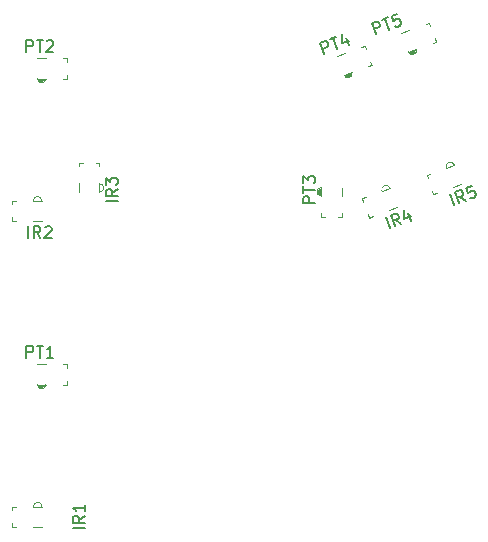
<source format=gbr>
%TF.GenerationSoftware,KiCad,Pcbnew,5.1.6-c6e7f7d~86~ubuntu18.04.1*%
%TF.CreationDate,2021-04-26T01:39:18-07:00*%
%TF.ProjectId,thumb_cluster_right,7468756d-625f-4636-9c75-737465725f72,rev?*%
%TF.SameCoordinates,Original*%
%TF.FileFunction,Legend,Top*%
%TF.FilePolarity,Positive*%
%FSLAX46Y46*%
G04 Gerber Fmt 4.6, Leading zero omitted, Abs format (unit mm)*
G04 Created by KiCad (PCBNEW 5.1.6-c6e7f7d~86~ubuntu18.04.1) date 2021-04-26 01:39:18*
%MOMM*%
%LPD*%
G01*
G04 APERTURE LIST*
%ADD10C,0.120000*%
%ADD11C,0.100000*%
%ADD12C,0.150000*%
G04 APERTURE END LIST*
D10*
%TO.C,PT2*%
X128110000Y-67663999D02*
X128841000Y-67663999D01*
X130300000Y-67663999D02*
X130610000Y-67663999D01*
X128110000Y-69385999D02*
X128841000Y-69385999D01*
X130300000Y-69385999D02*
X130610000Y-69385999D01*
X130610000Y-67663999D02*
X130610000Y-67969999D01*
X130610000Y-69079999D02*
X130610000Y-69385999D01*
X128110000Y-69385999D02*
X128830000Y-69385999D01*
D11*
G36*
X128600000Y-69645999D02*
G01*
X128310000Y-69645999D01*
X128190000Y-69455999D01*
X128190000Y-69445999D01*
X128760000Y-69445999D01*
X128600000Y-69645999D01*
G37*
X128600000Y-69645999D02*
X128310000Y-69645999D01*
X128190000Y-69455999D01*
X128190000Y-69445999D01*
X128760000Y-69445999D01*
X128600000Y-69645999D01*
D10*
X128830000Y-69385999D02*
G75*
G02*
X128110000Y-69385999I-360000J0D01*
G01*
%TO.C,PT5*%
X158927740Y-65494174D02*
X159614655Y-65244157D01*
X160985667Y-64745150D02*
X161276971Y-64639124D01*
X159516698Y-67112325D02*
X160203614Y-66862308D01*
X161574625Y-66363300D02*
X161865930Y-66257274D01*
X161276971Y-64639124D02*
X161381629Y-64926669D01*
X161761272Y-65969728D02*
X161865930Y-66257274D01*
X159516698Y-67112325D02*
X160193277Y-66866070D01*
D11*
G36*
X160066073Y-67189055D02*
G01*
X159793562Y-67288241D01*
X159615815Y-67150741D01*
X159612395Y-67141345D01*
X160148020Y-66946393D01*
X160066073Y-67189055D01*
G37*
X160066073Y-67189055D02*
X159793562Y-67288241D01*
X159615815Y-67150741D01*
X159612395Y-67141345D01*
X160148020Y-66946393D01*
X160066073Y-67189055D01*
D10*
X160193278Y-66866069D02*
G75*
G02*
X159516698Y-67112325I-338290J-123128D01*
G01*
%TO.C,PT4*%
X153477523Y-67477891D02*
X154164438Y-67227874D01*
X155535450Y-66728867D02*
X155826754Y-66622841D01*
X154066481Y-69096042D02*
X154753397Y-68846025D01*
X156124408Y-68347017D02*
X156415713Y-68240991D01*
X155826754Y-66622841D02*
X155931412Y-66910386D01*
X156311055Y-67953445D02*
X156415713Y-68240991D01*
X154066481Y-69096042D02*
X154743060Y-68849787D01*
D11*
G36*
X154615856Y-69172772D02*
G01*
X154343345Y-69271958D01*
X154165598Y-69134458D01*
X154162178Y-69125062D01*
X154697803Y-68930110D01*
X154615856Y-69172772D01*
G37*
X154615856Y-69172772D02*
X154343345Y-69271958D01*
X154165598Y-69134458D01*
X154162178Y-69125062D01*
X154697803Y-68930110D01*
X154615856Y-69172772D01*
D10*
X154743061Y-68849786D02*
G75*
G02*
X154066481Y-69096042I-338290J-123128D01*
G01*
%TO.C,PT3*%
X153860999Y-78610000D02*
X153860999Y-79341000D01*
X153860999Y-80800000D02*
X153860999Y-81110000D01*
X152138999Y-78610000D02*
X152138999Y-79341000D01*
X152138999Y-80800000D02*
X152138999Y-81110000D01*
X153860999Y-81110000D02*
X153554999Y-81110000D01*
X152444999Y-81110000D02*
X152138999Y-81110000D01*
X152138999Y-78610000D02*
X152138999Y-79330000D01*
D11*
G36*
X151878999Y-79100000D02*
G01*
X151878999Y-78810000D01*
X152068999Y-78690000D01*
X152078999Y-78690000D01*
X152078999Y-79260000D01*
X151878999Y-79100000D01*
G37*
X151878999Y-79100000D02*
X151878999Y-78810000D01*
X152068999Y-78690000D01*
X152078999Y-78690000D01*
X152078999Y-79260000D01*
X151878999Y-79100000D01*
D10*
X152138999Y-79330000D02*
G75*
G02*
X152138999Y-78610000I0J360000D01*
G01*
%TO.C,PT1*%
X128110000Y-93561918D02*
X128841000Y-93561918D01*
X130300000Y-93561918D02*
X130610000Y-93561918D01*
X128110000Y-95283918D02*
X128841000Y-95283918D01*
X130300000Y-95283918D02*
X130610000Y-95283918D01*
X130610000Y-93561918D02*
X130610000Y-93867918D01*
X130610000Y-94977918D02*
X130610000Y-95283918D01*
X128110000Y-95283918D02*
X128830000Y-95283918D01*
D11*
G36*
X128600000Y-95543918D02*
G01*
X128310000Y-95543918D01*
X128190000Y-95353918D01*
X128190000Y-95343918D01*
X128760000Y-95343918D01*
X128600000Y-95543918D01*
G37*
X128600000Y-95543918D02*
X128310000Y-95543918D01*
X128190000Y-95353918D01*
X128190000Y-95343918D01*
X128760000Y-95343918D01*
X128600000Y-95543918D01*
D10*
X128830000Y-95283918D02*
G75*
G02*
X128110000Y-95283918I-360000J0D01*
G01*
%TO.C,IR2*%
X128490000Y-81435999D02*
X127759000Y-81435999D01*
X126300000Y-81435999D02*
X125990000Y-81435999D01*
X128490000Y-79713999D02*
X127759000Y-79713999D01*
X126300000Y-79713999D02*
X125990000Y-79713999D01*
X125990000Y-81435999D02*
X125990000Y-81129999D01*
X125990000Y-80019999D02*
X125990000Y-79713999D01*
X128490000Y-79713999D02*
X127770000Y-79713999D01*
X127770000Y-79713999D02*
G75*
G02*
X128490000Y-79713999I360000J0D01*
G01*
%TO.C,IR5*%
X163995124Y-78305653D02*
X163308209Y-78555670D01*
X161937197Y-79054677D02*
X161645893Y-79160703D01*
X163406166Y-76687502D02*
X162719250Y-76937519D01*
X161348239Y-77436527D02*
X161056934Y-77542553D01*
X161645893Y-79160703D02*
X161541235Y-78873158D01*
X161161592Y-77830099D02*
X161056934Y-77542553D01*
X163406166Y-76687502D02*
X162729587Y-76933757D01*
X162729586Y-76933758D02*
G75*
G02*
X163406166Y-76687502I338290J123128D01*
G01*
%TO.C,IR4*%
X158544907Y-80289370D02*
X157857992Y-80539387D01*
X156486980Y-81038394D02*
X156195676Y-81144420D01*
X157955949Y-78671219D02*
X157269033Y-78921236D01*
X155898022Y-79420244D02*
X155606717Y-79526270D01*
X156195676Y-81144420D02*
X156091018Y-80856875D01*
X155711375Y-79813816D02*
X155606717Y-79526270D01*
X157955949Y-78671219D02*
X157279370Y-78917474D01*
X157279369Y-78917475D02*
G75*
G02*
X157955949Y-78671219I338290J123128D01*
G01*
%TO.C,IR3*%
X131639001Y-78990000D02*
X131639001Y-78259000D01*
X131639001Y-76800000D02*
X131639001Y-76490000D01*
X133361001Y-78990000D02*
X133361001Y-78259000D01*
X133361001Y-76800000D02*
X133361001Y-76490000D01*
X131639001Y-76490000D02*
X131945001Y-76490000D01*
X133055001Y-76490000D02*
X133361001Y-76490000D01*
X133361001Y-78990000D02*
X133361001Y-78270000D01*
X133361001Y-78270000D02*
G75*
G02*
X133361001Y-78990000I0J-360000D01*
G01*
%TO.C,IR1*%
X128490000Y-107333918D02*
X127759000Y-107333918D01*
X126300000Y-107333918D02*
X125990000Y-107333918D01*
X128490000Y-105611918D02*
X127759000Y-105611918D01*
X126300000Y-105611918D02*
X125990000Y-105611918D01*
X125990000Y-107333918D02*
X125990000Y-107027918D01*
X125990000Y-105917918D02*
X125990000Y-105611918D01*
X128490000Y-105611918D02*
X127770000Y-105611918D01*
X127770000Y-105611918D02*
G75*
G02*
X128490000Y-105611918I360000J0D01*
G01*
%TO.C,PT2*%
D12*
X127180952Y-67117379D02*
X127180952Y-66117379D01*
X127561904Y-66117379D01*
X127657142Y-66164999D01*
X127704761Y-66212618D01*
X127752380Y-66307856D01*
X127752380Y-66450713D01*
X127704761Y-66545951D01*
X127657142Y-66593570D01*
X127561904Y-66641189D01*
X127180952Y-66641189D01*
X128038095Y-66117379D02*
X128609523Y-66117379D01*
X128323809Y-67117379D02*
X128323809Y-66117379D01*
X128895238Y-66212618D02*
X128942857Y-66164999D01*
X129038095Y-66117379D01*
X129276190Y-66117379D01*
X129371428Y-66164999D01*
X129419047Y-66212618D01*
X129466666Y-66307856D01*
X129466666Y-66403094D01*
X129419047Y-66545951D01*
X128847619Y-67117379D01*
X129466666Y-67117379D01*
%TO.C,PT5*%
X156804363Y-65625002D02*
X156462343Y-64685310D01*
X156820321Y-64555016D01*
X156926102Y-64567190D01*
X156987136Y-64595651D01*
X157064457Y-64668859D01*
X157113317Y-64803101D01*
X157101143Y-64908882D01*
X157072682Y-64969916D01*
X156999475Y-65047236D01*
X156641496Y-65177530D01*
X157267794Y-64392150D02*
X157804761Y-64196710D01*
X157878298Y-65234122D02*
X157536277Y-64294430D01*
X158565465Y-63919836D02*
X158117992Y-64082703D01*
X158236111Y-64546462D01*
X158264572Y-64485428D01*
X158337780Y-64408108D01*
X158561516Y-64326674D01*
X158667297Y-64338848D01*
X158728331Y-64367309D01*
X158805652Y-64440517D01*
X158887085Y-64664253D01*
X158874911Y-64770034D01*
X158846451Y-64831068D01*
X158773243Y-64908389D01*
X158549507Y-64989822D01*
X158443725Y-64977648D01*
X158382691Y-64949188D01*
%TO.C,PT4*%
X152417548Y-67281989D02*
X152075528Y-66342297D01*
X152433506Y-66212003D01*
X152539287Y-66224177D01*
X152600321Y-66252638D01*
X152677642Y-66325846D01*
X152726502Y-66460088D01*
X152714328Y-66565869D01*
X152685867Y-66626903D01*
X152612660Y-66704223D01*
X152254681Y-66834517D01*
X152880979Y-66049137D02*
X153417946Y-65853697D01*
X153491483Y-66891109D02*
X153149462Y-65951417D01*
X154247909Y-65906341D02*
X154475922Y-66532802D01*
X153893879Y-65629796D02*
X153914443Y-66382438D01*
X154496158Y-66170711D01*
%TO.C,PT3*%
X151602380Y-79919047D02*
X150602380Y-79919047D01*
X150602380Y-79538095D01*
X150650000Y-79442857D01*
X150697619Y-79395238D01*
X150792857Y-79347619D01*
X150935714Y-79347619D01*
X151030952Y-79395238D01*
X151078571Y-79442857D01*
X151126190Y-79538095D01*
X151126190Y-79919047D01*
X150602380Y-79061904D02*
X150602380Y-78490476D01*
X151602380Y-78776190D02*
X150602380Y-78776190D01*
X150602380Y-78252380D02*
X150602380Y-77633333D01*
X150983333Y-77966666D01*
X150983333Y-77823809D01*
X151030952Y-77728571D01*
X151078571Y-77680952D01*
X151173809Y-77633333D01*
X151411904Y-77633333D01*
X151507142Y-77680952D01*
X151554761Y-77728571D01*
X151602380Y-77823809D01*
X151602380Y-78109523D01*
X151554761Y-78204761D01*
X151507142Y-78252380D01*
%TO.C,PT1*%
X127180952Y-93015298D02*
X127180952Y-92015298D01*
X127561904Y-92015298D01*
X127657142Y-92062918D01*
X127704761Y-92110537D01*
X127752380Y-92205775D01*
X127752380Y-92348632D01*
X127704761Y-92443870D01*
X127657142Y-92491489D01*
X127561904Y-92539108D01*
X127180952Y-92539108D01*
X128038095Y-92015298D02*
X128609523Y-92015298D01*
X128323809Y-93015298D02*
X128323809Y-92015298D01*
X129466666Y-93015298D02*
X128895238Y-93015298D01*
X129180952Y-93015298D02*
X129180952Y-92015298D01*
X129085714Y-92158156D01*
X128990476Y-92253394D01*
X128895238Y-92301013D01*
%TO.C,IR2*%
X127323809Y-82887379D02*
X127323809Y-81887379D01*
X128371428Y-82887379D02*
X128038095Y-82411189D01*
X127800000Y-82887379D02*
X127800000Y-81887379D01*
X128180952Y-81887379D01*
X128276190Y-81934999D01*
X128323809Y-81982618D01*
X128371428Y-82077856D01*
X128371428Y-82220713D01*
X128323809Y-82315951D01*
X128276190Y-82363570D01*
X128180952Y-82411189D01*
X127800000Y-82411189D01*
X128752380Y-81982618D02*
X128800000Y-81934999D01*
X128895238Y-81887379D01*
X129133333Y-81887379D01*
X129228571Y-81934999D01*
X129276190Y-81982618D01*
X129323809Y-82077856D01*
X129323809Y-82173094D01*
X129276190Y-82315951D01*
X128704761Y-82887379D01*
X129323809Y-82887379D01*
%TO.C,IR5*%
X163395665Y-80068365D02*
X163053645Y-79128673D01*
X164380105Y-79710059D02*
X163904007Y-79376593D01*
X163843138Y-79905499D02*
X163501117Y-78965806D01*
X163859096Y-78835513D01*
X163964877Y-78847687D01*
X164025911Y-78876147D01*
X164103231Y-78949355D01*
X164152091Y-79083597D01*
X164139917Y-79189378D01*
X164111457Y-79250412D01*
X164038249Y-79327733D01*
X163680271Y-79458026D01*
X164888283Y-78460919D02*
X164440810Y-78623786D01*
X164558930Y-79087545D01*
X164587390Y-79026511D01*
X164660598Y-78949191D01*
X164884334Y-78867757D01*
X164990116Y-78879931D01*
X165051149Y-78908392D01*
X165128470Y-78981600D01*
X165209903Y-79205336D01*
X165197730Y-79311117D01*
X165169269Y-79372151D01*
X165096061Y-79449472D01*
X164872325Y-79530905D01*
X164766544Y-79518731D01*
X164705510Y-79490271D01*
%TO.C,IR4*%
X157945448Y-82052082D02*
X157603428Y-81112390D01*
X158929888Y-81693776D02*
X158453790Y-81360310D01*
X158392921Y-81889216D02*
X158050900Y-80949523D01*
X158408879Y-80819230D01*
X158514660Y-80831404D01*
X158575694Y-80859864D01*
X158653014Y-80933072D01*
X158701874Y-81067314D01*
X158689700Y-81173095D01*
X158661240Y-81234129D01*
X158588032Y-81311450D01*
X158230054Y-81441743D01*
X159507325Y-80774154D02*
X159735339Y-81400615D01*
X159153295Y-80497609D02*
X159173859Y-81250251D01*
X159755574Y-81038525D01*
%TO.C,IR3*%
X134902380Y-79776190D02*
X133902380Y-79776190D01*
X134902380Y-78728571D02*
X134426190Y-79061904D01*
X134902380Y-79300000D02*
X133902380Y-79300000D01*
X133902380Y-78919047D01*
X133950000Y-78823809D01*
X133997619Y-78776190D01*
X134092857Y-78728571D01*
X134235714Y-78728571D01*
X134330952Y-78776190D01*
X134378571Y-78823809D01*
X134426190Y-78919047D01*
X134426190Y-79300000D01*
X133902380Y-78395238D02*
X133902380Y-77776190D01*
X134283333Y-78109523D01*
X134283333Y-77966666D01*
X134330952Y-77871428D01*
X134378571Y-77823809D01*
X134473809Y-77776190D01*
X134711904Y-77776190D01*
X134807142Y-77823809D01*
X134854761Y-77871428D01*
X134902380Y-77966666D01*
X134902380Y-78252380D01*
X134854761Y-78347619D01*
X134807142Y-78395238D01*
%TO.C,IR1*%
X132102380Y-107449108D02*
X131102380Y-107449108D01*
X132102380Y-106401489D02*
X131626190Y-106734822D01*
X132102380Y-106972918D02*
X131102380Y-106972918D01*
X131102380Y-106591965D01*
X131150000Y-106496727D01*
X131197619Y-106449108D01*
X131292857Y-106401489D01*
X131435714Y-106401489D01*
X131530952Y-106449108D01*
X131578571Y-106496727D01*
X131626190Y-106591965D01*
X131626190Y-106972918D01*
X132102380Y-105449108D02*
X132102380Y-106020537D01*
X132102380Y-105734822D02*
X131102380Y-105734822D01*
X131245238Y-105830060D01*
X131340476Y-105925298D01*
X131388095Y-106020537D01*
%TD*%
M02*

</source>
